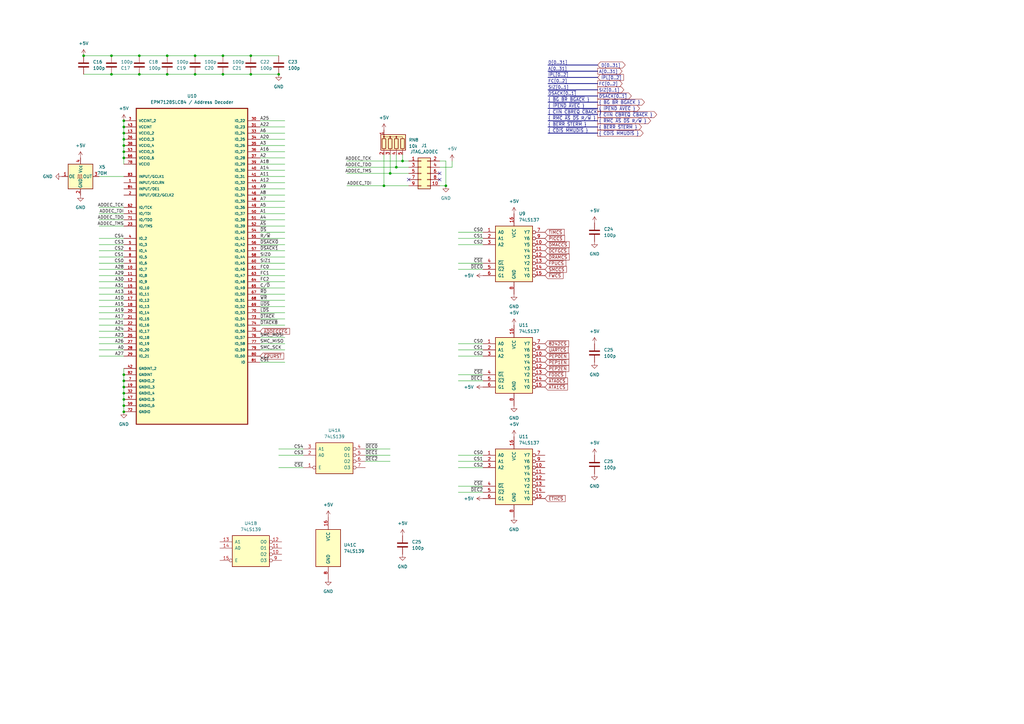
<source format=kicad_sch>
(kicad_sch (version 20230121) (generator eeschema)
  (paper "A3")
  (lib_symbols
    (symbol "74xx:74LS137" (pin_names (offset 1.016))
      (property "Reference" "U" (at -7.62 11.43 0))
      (property "Value" "74LS137" (at -7.62 -13.97 0))
      (symbol "74LS137_1_0"
        (pin input line (at -12.7 7.62 0) (length 5.08) (name "A0") (number "1"))
        (pin output inverted (at 12.7 2.54 180) (length 5.08) (name "Y5") (number "10"))
        (pin output inverted (at 12.7 0 180) (length 5.08) (name "Y4") (number "11"))
        (pin output inverted (at 12.7 -2.54 180) (length 5.08) (name "Y3") (number "12"))
        (pin output inverted (at 12.7 -5.08 180) (length 5.08) (name "Y2") (number "13"))
        (pin output inverted (at 12.7 -7.62 180) (length 5.08) (name "Y1") (number "14"))
        (pin output inverted (at 12.7 -10.16 180) (length 5.08) (name "Y0") (number "15"))
        (pin power_in line (at 0 15.24 270) (length 5.08) (name "VCC") (number "16"))
        (pin input line (at -12.7 5.08 0) (length 5.08) (name "A1") (number "2"))
        (pin input line (at -12.7 2.54 0) (length 5.08) (name "A2") (number "3"))
        (pin input line (at -12.7 -5.08 0) (length 5.08) (name "~{GL}") (number "4"))
        (pin input line (at -12.7 -7.62 0) (length 5.08) (name "~{G2}") (number "5"))
        (pin input line (at -12.7 -10.16 0) (length 5.08) (name "G1") (number "6"))
        (pin output inverted (at 12.7 7.62 180) (length 5.08) (name "Y7") (number "7"))
        (pin power_in line (at 0 -17.78 90) (length 5.08) (name "GND") (number "8"))
        (pin output inverted (at 12.7 5.08 180) (length 5.08) (name "Y6") (number "9"))
      )
      (symbol "74LS137_1_1"
        (rectangle (start -7.62 10.16) (end 7.62 -12.7) (stroke (width 0.254)) (fill (type background)))
      )
    )
    (symbol "74xx:74LS139" (pin_names (offset 1.016))
      (property "Reference" "U" (at -7.62 8.89 0))
      (property "Value" "74LS139" (at -7.62 -8.89 0))
      (symbol "74LS139_1_0"
        (pin input inverted (at -12.7 -5.08 0) (length 5.08) (name "E") (number "1"))
        (pin input line (at -12.7 0 0) (length 5.08) (name "A0") (number "2"))
        (pin input line (at -12.7 2.54 0) (length 5.08) (name "A1") (number "3"))
        (pin output inverted (at 12.7 2.54 180) (length 5.08) (name "O0") (number "4"))
        (pin output inverted (at 12.7 0 180) (length 5.08) (name "O1") (number "5"))
        (pin output inverted (at 12.7 -2.54 180) (length 5.08) (name "O2") (number "6"))
        (pin output inverted (at 12.7 -5.08 180) (length 5.08) (name "O3") (number "7"))
      )
      (symbol "74LS139_1_1"
        (rectangle (start -7.62 5.08) (end 7.62 -7.62) (stroke (width 0.254)) (fill (type background)))
      )
      (symbol "74LS139_2_0"
        (pin output inverted (at 12.7 -2.54 180) (length 5.08) (name "O2") (number "10"))
        (pin output inverted (at 12.7 0 180) (length 5.08) (name "O1") (number "11"))
        (pin output inverted (at 12.7 2.54 180) (length 5.08) (name "O0") (number "12"))
        (pin input line (at -12.7 2.54 0) (length 5.08) (name "A1") (number "13"))
        (pin input line (at -12.7 0 0) (length 5.08) (name "A0") (number "14"))
        (pin input inverted (at -12.7 -5.08 0) (length 5.08) (name "E") (number "15"))
        (pin output inverted (at 12.7 -5.08 180) (length 5.08) (name "O3") (number "9"))
      )
      (symbol "74LS139_2_1"
        (rectangle (start -7.62 5.08) (end 7.62 -7.62) (stroke (width 0.254)) (fill (type background)))
      )
      (symbol "74LS139_3_0"
        (pin power_in line (at 0 12.7 270) (length 5.08) (name "VCC") (number "16"))
        (pin power_in line (at 0 -12.7 90) (length 5.08) (name "GND") (number "8"))
      )
      (symbol "74LS139_3_1"
        (rectangle (start -5.08 7.62) (end 5.08 -7.62) (stroke (width 0.254)) (fill (type background)))
      )
    )
    (symbol "Connector_Generic:Conn_02x05_Odd_Even" (pin_names (offset 1.016) hide)
      (property "Reference" "J" (at 1.27 7.62 0))
      (property "Value" "Conn_02x05_Odd_Even" (at 1.27 -7.62 0))
      (symbol "Conn_02x05_Odd_Even_1_1"
        (rectangle (start -1.27 -4.953) (end 0 -5.207) (stroke (width 0.1524)))
        (rectangle (start -1.27 -2.413) (end 0 -2.667) (stroke (width 0.1524)))
        (rectangle (start -1.27 0.127) (end 0 -0.127) (stroke (width 0.1524)))
        (rectangle (start -1.27 2.667) (end 0 2.413) (stroke (width 0.1524)))
        (rectangle (start -1.27 5.207) (end 0 4.953) (stroke (width 0.1524)))
        (rectangle (start -1.27 6.35) (end 3.81 -6.35) (stroke (width 0.254)) (fill (type background)))
        (rectangle (start 3.81 -4.953) (end 2.54 -5.207) (stroke (width 0.1524)))
        (rectangle (start 3.81 -2.413) (end 2.54 -2.667) (stroke (width 0.1524)))
        (rectangle (start 3.81 0.127) (end 2.54 -0.127) (stroke (width 0.1524)))
        (rectangle (start 3.81 2.667) (end 2.54 2.413) (stroke (width 0.1524)))
        (rectangle (start 3.81 5.207) (end 2.54 4.953) (stroke (width 0.1524)))
        (pin passive line (at -5.08 5.08 0) (length 3.81) (name "Pin_1") (number "1"))
        (pin passive line (at 7.62 -5.08 180) (length 3.81) (name "Pin_10") (number "10"))
        (pin passive line (at 7.62 5.08 180) (length 3.81) (name "Pin_2") (number "2"))
        (pin passive line (at -5.08 2.54 0) (length 3.81) (name "Pin_3") (number "3"))
        (pin passive line (at 7.62 2.54 180) (length 3.81) (name "Pin_4") (number "4"))
        (pin passive line (at -5.08 0 0) (length 3.81) (name "Pin_5") (number "5"))
        (pin passive line (at 7.62 0 180) (length 3.81) (name "Pin_6") (number "6"))
        (pin passive line (at -5.08 -2.54 0) (length 3.81) (name "Pin_7") (number "7"))
        (pin passive line (at 7.62 -2.54 180) (length 3.81) (name "Pin_8") (number "8"))
        (pin passive line (at -5.08 -5.08 0) (length 3.81) (name "Pin_9") (number "9"))
      )
    )
    (symbol "Device:C" (pin_numbers hide) (pin_names (offset 0.254))
      (property "Reference" "C" (at 0.635 2.54 0))
      (property "Value" "C" (at 0.635 -2.54 0))
      (symbol "C_0_1"
        (polyline (pts (xy -2.032 -0.762) (xy 2.032 -0.762)) (stroke (width 0.508)))
        (polyline (pts (xy -2.032 0.762) (xy 2.032 0.762)) (stroke (width 0.508)))
      )
      (symbol "C_1_1"
        (pin passive line (at 0 3.81 270) (length 2.794) (name "~") (number "1"))
        (pin passive line (at 0 -3.81 90) (length 2.794) (name "~") (number "2"))
      )
    )
    (symbol "Device:R_Network04" (pin_names (offset 0) hide)
      (property "Reference" "RN" (at -7.62 0 90))
      (property "Value" "R_Network04" (at 5.08 0 90))
      (symbol "R_Network04_0_1"
        (rectangle (start -6.35 -3.175) (end 3.81 3.175) (stroke (width 0.254)) (fill (type background)))
        (rectangle (start -5.842 1.524) (end -4.318 -2.54) (stroke (width 0.254)))
        (circle (center -5.08 2.286) (radius 0.254) (fill (type outline)))
        (rectangle (start -3.302 1.524) (end -1.778 -2.54) (stroke (width 0.254)))
        (circle (center -2.54 2.286) (radius 0.254) (fill (type outline)))
        (rectangle (start -0.762 1.524) (end 0.762 -2.54) (stroke (width 0.254)))
        (polyline (pts (xy -5.08 -2.54) (xy -5.08 -3.81)))
        (polyline (pts (xy -2.54 -2.54) (xy -2.54 -3.81)))
        (polyline (pts (xy 0 -2.54) (xy 0 -3.81)))
        (polyline (pts (xy 2.54 -2.54) (xy 2.54 -3.81)))
        (polyline (pts (xy -5.08 1.524) (xy -5.08 2.286) (xy -2.54 2.286) (xy -2.54 1.524)))
        (polyline (pts (xy -2.54 1.524) (xy -2.54 2.286) (xy 0 2.286) (xy 0 1.524)))
        (polyline (pts (xy 0 1.524) (xy 0 2.286) (xy 2.54 2.286) (xy 2.54 1.524)))
        (circle (center 0 2.286) (radius 0.254) (fill (type outline)))
        (rectangle (start 1.778 1.524) (end 3.302 -2.54) (stroke (width 0.254)))
      )
      (symbol "R_Network04_1_1"
        (pin passive line (at -5.08 5.08 270) (length 2.54) (name "common") (number "1"))
        (pin passive line (at -5.08 -5.08 90) (length 1.27) (name "R1") (number "2"))
        (pin passive line (at -2.54 -5.08 90) (length 1.27) (name "R2") (number "3"))
        (pin passive line (at 0 -5.08 90) (length 1.27) (name "R3") (number "4"))
        (pin passive line (at 2.54 -5.08 90) (length 1.27) (name "R4") (number "5"))
      )
    )
    (symbol "EPM7128SLC84-15:EPM7128SLC84-15" (pin_names (offset 1.016))
      (property "Reference" "U" (at -5.3672 65.0935 0))
      (property "Value" "EPM7128SLC84-15" (at -5.497 -74.6679 0))
      (symbol "EPM7128SLC84-15_0_0"
        (rectangle (start -22.86 -68.58) (end 22.86 60.96) (stroke (width 0.4064)) (fill (type background)))
        (pin input line (at -27.94 30.48 0) (length 5.08) (name "INPUT/GCLRN") (number "1"))
        (pin bidirectional line (at -27.94 -5.08 0) (length 5.08) (name "IO_7") (number "10"))
        (pin bidirectional line (at -27.94 -7.62 0) (length 5.08) (name "IO_8") (number "11"))
        (pin bidirectional line (at -27.94 -10.16 0) (length 5.08) (name "IO_9") (number "12"))
        (pin power_in line (at -27.94 50.8 0) (length 5.08) (name "VCCIO_2") (number "13"))
        (pin bidirectional line (at -27.94 17.78 0) (length 5.08) (name "IO/TDI") (number "14"))
        (pin bidirectional line (at -27.94 -12.7 0) (length 5.08) (name "IO_10") (number "15"))
        (pin bidirectional line (at -27.94 -15.24 0) (length 5.08) (name "IO_11") (number "16"))
        (pin bidirectional line (at -27.94 -17.78 0) (length 5.08) (name "IO_12") (number "17"))
        (pin bidirectional line (at -27.94 -20.32 0) (length 5.08) (name "IO_13") (number "18"))
        (pin passive line (at -27.94 -53.34 0) (length 5.08) (name "GNDIO_3") (number "19"))
        (pin input line (at -27.94 25.4 0) (length 5.08) (name "INPUT/OE2/GCLK2") (number "2"))
        (pin bidirectional line (at -27.94 -22.86 0) (length 5.08) (name "IO_14") (number "20"))
        (pin bidirectional line (at -27.94 -25.4 0) (length 5.08) (name "IO_15") (number "21"))
        (pin bidirectional line (at -27.94 -27.94 0) (length 5.08) (name "IO_16") (number "22"))
        (pin bidirectional line (at -27.94 12.7 0) (length 5.08) (name "IO/TMS") (number "23"))
        (pin bidirectional line (at -27.94 -30.48 0) (length 5.08) (name "IO_17") (number "24"))
        (pin bidirectional line (at -27.94 -33.02 0) (length 5.08) (name "IO_18") (number "25"))
        (pin power_in line (at -27.94 48.26 0) (length 5.08) (name "VCCIO_3") (number "26"))
        (pin bidirectional line (at -27.94 -35.56 0) (length 5.08) (name "IO_19") (number "27"))
        (pin bidirectional line (at -27.94 -38.1 0) (length 5.08) (name "IO_20") (number "28"))
        (pin bidirectional line (at -27.94 -40.64 0) (length 5.08) (name "IO_21") (number "29"))
        (pin power_in line (at -27.94 55.88 0) (length 5.08) (name "VCCINT_2") (number "3"))
        (pin bidirectional line (at 27.94 55.88 180) (length 5.08) (name "IO_22") (number "30"))
        (pin bidirectional line (at 27.94 53.34 180) (length 5.08) (name "IO_23") (number "31"))
        (pin passive line (at -27.94 -55.88 0) (length 5.08) (name "GNDIO_4") (number "32"))
        (pin bidirectional line (at 27.94 50.8 180) (length 5.08) (name "IO_24") (number "33"))
        (pin bidirectional line (at 27.94 48.26 180) (length 5.08) (name "IO_25") (number "34"))
        (pin bidirectional line (at 27.94 45.72 180) (length 5.08) (name "IO_26") (number "35"))
        (pin bidirectional line (at 27.94 43.18 180) (length 5.08) (name "IO_27") (number "36"))
        (pin bidirectional line (at 27.94 40.64 180) (length 5.08) (name "IO_28") (number "37"))
        (pin power_in line (at -27.94 45.72 0) (length 5.08) (name "VCCIO_4") (number "38"))
        (pin bidirectional line (at 27.94 38.1 180) (length 5.08) (name "IO_29") (number "39"))
        (pin bidirectional line (at -27.94 7.62 0) (length 5.08) (name "IO_2") (number "4"))
        (pin bidirectional line (at 27.94 35.56 180) (length 5.08) (name "IO_30") (number "40"))
        (pin bidirectional line (at 27.94 33.02 180) (length 5.08) (name "IO_31") (number "41"))
        (pin passive line (at -27.94 -45.72 0) (length 5.08) (name "GNDINT_2") (number "42"))
        (pin power_in line (at -27.94 53.34 0) (length 5.08) (name "VCCINT") (number "43"))
        (pin bidirectional line (at 27.94 30.48 180) (length 5.08) (name "IO_32") (number "44"))
        (pin bidirectional line (at 27.94 27.94 180) (length 5.08) (name "IO_33") (number "45"))
        (pin bidirectional line (at 27.94 25.4 180) (length 5.08) (name "IO_34") (number "46"))
        (pin passive line (at -27.94 -58.42 0) (length 5.08) (name "GNDIO_5") (number "47"))
        (pin bidirectional line (at 27.94 22.86 180) (length 5.08) (name "IO_35") (number "48"))
        (pin bidirectional line (at 27.94 20.32 180) (length 5.08) (name "IO_36") (number "49"))
        (pin bidirectional line (at -27.94 5.08 0) (length 5.08) (name "IO_3") (number "5"))
        (pin bidirectional line (at 27.94 17.78 180) (length 5.08) (name "IO_37") (number "50"))
        (pin bidirectional line (at 27.94 15.24 180) (length 5.08) (name "IO_38") (number "51"))
        (pin bidirectional line (at 27.94 12.7 180) (length 5.08) (name "IO_39") (number "52"))
        (pin power_in line (at -27.94 43.18 0) (length 5.08) (name "VCCIO_5") (number "53"))
        (pin bidirectional line (at 27.94 10.16 180) (length 5.08) (name "IO_40") (number "54"))
        (pin bidirectional line (at 27.94 7.62 180) (length 5.08) (name "IO_41") (number "55"))
        (pin bidirectional line (at 27.94 5.08 180) (length 5.08) (name "IO_42") (number "56"))
        (pin bidirectional line (at 27.94 2.54 180) (length 5.08) (name "IO_43") (number "57"))
        (pin bidirectional line (at 27.94 0 180) (length 5.08) (name "IO_44") (number "58"))
        (pin passive line (at -27.94 -60.96 0) (length 5.08) (name "GNDIO_6") (number "59"))
        (pin bidirectional line (at -27.94 2.54 0) (length 5.08) (name "IO_4") (number "6"))
        (pin bidirectional line (at 27.94 -2.54 180) (length 5.08) (name "IO_45") (number "60"))
        (pin bidirectional line (at 27.94 -5.08 180) (length 5.08) (name "IO_46") (number "61"))
        (pin bidirectional line (at -27.94 20.32 0) (length 5.08) (name "IO/TCK") (number "62"))
        (pin bidirectional line (at 27.94 -7.62 180) (length 5.08) (name "IO_47") (number "63"))
        (pin bidirectional line (at 27.94 -10.16 180) (length 5.08) (name "IO_48") (number "64"))
        (pin bidirectional line (at 27.94 -12.7 180) (length 5.08) (name "IO_49") (number "65"))
        (pin power_in line (at -27.94 40.64 0) (length 5.08) (name "VCCIO_6") (number "66"))
        (pin bidirectional line (at 27.94 -15.24 180) (length 5.08) (name "IO_50") (number "67"))
        (pin bidirectional line (at 27.94 -17.78 180) (length 5.08) (name "IO_51") (number "68"))
        (pin bidirectional line (at 27.94 -20.32 180) (length 5.08) (name "IO_52") (number "69"))
        (pin passive line (at -27.94 -50.8 0) (length 5.08) (name "GNDIO_2") (number "7"))
        (pin bidirectional line (at 27.94 -22.86 180) (length 5.08) (name "IO_53") (number "70"))
        (pin bidirectional line (at -27.94 15.24 0) (length 5.08) (name "IO/TDO") (number "71"))
        (pin passive line (at -27.94 -63.5 0) (length 5.08) (name "GNDIO") (number "72"))
        (pin bidirectional line (at 27.94 -25.4 180) (length 5.08) (name "IO_54") (number "73"))
        (pin bidirectional line (at 27.94 -27.94 180) (length 5.08) (name "IO_55") (number "74"))
        (pin bidirectional line (at 27.94 -30.48 180) (length 5.08) (name "IO_56") (number "75"))
        (pin bidirectional line (at 27.94 -33.02 180) (length 5.08) (name "IO_57") (number "76"))
        (pin bidirectional line (at 27.94 -35.56 180) (length 5.08) (name "IO_58") (number "77"))
        (pin power_in line (at -27.94 38.1 0) (length 5.08) (name "VCCIO") (number "78"))
        (pin bidirectional line (at 27.94 -38.1 180) (length 5.08) (name "IO_59") (number "79"))
        (pin bidirectional line (at -27.94 0 0) (length 5.08) (name "IO_5") (number "8"))
        (pin bidirectional line (at 27.94 -40.64 180) (length 5.08) (name "IO_60") (number "80"))
        (pin bidirectional line (at 27.94 -43.18 180) (length 5.08) (name "IO") (number "81"))
        (pin passive line (at -27.94 -48.26 0) (length 5.08) (name "GNDINT") (number "82"))
        (pin input line (at -27.94 33.02 0) (length 5.08) (name "INPUT/GCLK1") (number "83"))
        (pin input line (at -27.94 27.94 0) (length 5.08) (name "INPUT/OE1") (number "84"))
        (pin bidirectional line (at -27.94 -2.54 0) (length 5.08) (name "IO_6") (number "9"))
      )
    )
    (symbol "Oscillator:SG-8002CA" (pin_names (offset 0.254))
      (property "Reference" "X" (at -5.08 6.35 0))
      (property "Value" "SG-8002CA" (at 1.27 -6.35 0))
      (symbol "SG-8002CA_0_1"
        (rectangle (start -5.08 5.08) (end 5.08 -5.08) (stroke (width 0.254)) (fill (type background)))
        (polyline (pts (xy -1.27 -0.762) (xy -1.016 -0.762) (xy -1.016 0.762) (xy -0.508 0.762) (xy -0.508 -0.762) (xy 0 -0.762) (xy 0 0.762) (xy 0.508 0.762) (xy 0.508 -0.762) (xy 0.762 -0.762)))
      )
      (symbol "SG-8002CA_1_1"
        (pin input line (at -7.62 0 0) (length 2.54) (name "OE") (number "1"))
        (pin power_in line (at 0 -7.62 90) (length 2.54) (name "GND") (number "2"))
        (pin output line (at 7.62 0 180) (length 2.54) (name "OUT") (number "3"))
        (pin power_in line (at 0 7.62 270) (length 2.54) (name "Vcc") (number "4"))
      )
    )
    (symbol "power:+5V" (power) (pin_names (offset 0))
      (property "Value" "+5V" (at 0 3.556 0))
      (symbol "+5V_0_1"
        (polyline (pts (xy -0.762 1.27) (xy 0 2.54)))
        (polyline (pts (xy 0 0) (xy 0 2.54)))
        (polyline (pts (xy 0 2.54) (xy 0.762 1.27)))
      )
      (symbol "+5V_1_1"
        (pin power_in line (at 0 0 90) (length 0) hide (name "+5V") (number "1"))
      )
    )
    (symbol "power:GND" (power) (pin_names (offset 0))
      (property "Value" "GND" (at 0 -3.81 0))
      (symbol "GND_0_1"
        (polyline (pts (xy 0 0) (xy 0 -1.27) (xy 1.27 -1.27) (xy 0 -2.54) (xy -1.27 -1.27) (xy 0 -1.27)))
      )
      (symbol "GND_1_1"
        (pin power_in line (at 0 0 270) (length 0) hide (name "GND") (number "1"))
      )
    )
  )
  (junction (at 80.01 30.48))
  (junction (at 160.02 71.12))
  (junction (at 114.3 30.48))
  (junction (at 50.8 64.77))
  (junction (at 80.01 22.86))
  (junction (at 45.72 30.48))
  (junction (at 165.1 66.04))
  (junction (at 50.8 161.29))
  (junction (at 157.48 76.2))
  (junction (at 102.87 30.48))
  (junction (at 50.8 166.37))
  (junction (at 50.8 49.53))
  (junction (at 162.56 68.58))
  (junction (at 57.15 22.86))
  (junction (at 50.8 52.07))
  (junction (at 50.8 156.21))
  (junction (at 50.8 59.69))
  (junction (at 50.8 158.75))
  (junction (at 57.15 30.48))
  (junction (at 34.29 22.86))
  (junction (at 45.72 22.86))
  (junction (at 102.87 22.86))
  (junction (at 182.88 76.2))
  (junction (at 68.58 22.86))
  (junction (at 50.8 163.83))
  (junction (at 50.8 54.61))
  (junction (at 91.44 30.48))
  (junction (at 68.58 30.48))
  (junction (at 50.8 62.23))
  (junction (at 50.8 153.67))
  (junction (at 91.44 22.86))
  (junction (at 50.8 168.91))
  (junction (at 50.8 57.15))
  (no_connect (at 180.34 73.66))
  (no_connect (at 180.34 71.12))
  (no_connect (at 167.64 73.66))
  (wire (pts (xy 116.84 138.43) (xy 106.68 138.43)))
  (wire (pts (xy 40.64 107.95) (xy 50.8 107.95)))
  (wire (pts (xy 187.96 100.33) (xy 198.12 100.33)))
  (bus (pts (xy 224.79 49.53) (xy 245.11 49.53)))
  (bus (pts (xy 224.79 31.75) (xy 245.11 31.75)))
  (wire (pts (xy 160.02 184.15) (xy 149.86 184.15)))
  (wire (pts (xy 102.87 30.48) (xy 91.44 30.48)))
  (bus (pts (xy 224.79 29.21) (xy 245.11 29.21)))
  (wire (pts (xy 40.64 140.97) (xy 50.8 140.97)))
  (bus (pts (xy 224.79 52.07) (xy 245.11 52.07)))
  (wire (pts (xy 116.84 143.51) (xy 106.68 143.51)))
  (wire (pts (xy 50.8 156.21) (xy 50.8 158.75)))
  (wire (pts (xy 187.96 191.77) (xy 198.12 191.77)))
  (wire (pts (xy 185.42 66.04) (xy 185.42 68.58)))
  (wire (pts (xy 40.64 87.63) (xy 50.8 87.63)))
  (wire (pts (xy 114.3 191.77) (xy 124.46 191.77)))
  (wire (pts (xy 187.96 189.23) (xy 198.12 189.23)))
  (wire (pts (xy 80.01 30.48) (xy 68.58 30.48)))
  (wire (pts (xy 40.64 110.49) (xy 50.8 110.49)))
  (wire (pts (xy 116.84 120.65) (xy 106.68 120.65)))
  (wire (pts (xy 187.96 107.95) (xy 198.12 107.95)))
  (wire (pts (xy 40.64 85.09) (xy 50.8 85.09)))
  (wire (pts (xy 114.3 30.48) (xy 102.87 30.48)))
  (wire (pts (xy 116.84 69.85) (xy 106.68 69.85)))
  (wire (pts (xy 40.64 90.17) (xy 50.8 90.17)))
  (wire (pts (xy 40.64 92.71) (xy 50.8 92.71)))
  (wire (pts (xy 50.8 62.23) (xy 50.8 64.77)))
  (wire (pts (xy 116.84 118.11) (xy 106.68 118.11)))
  (wire (pts (xy 50.8 64.77) (xy 50.8 67.31)))
  (wire (pts (xy 80.01 22.86) (xy 91.44 22.86)))
  (wire (pts (xy 142.24 71.12) (xy 160.02 71.12)))
  (wire (pts (xy 116.84 90.17) (xy 106.68 90.17)))
  (wire (pts (xy 50.8 163.83) (xy 50.8 166.37)))
  (wire (pts (xy 160.02 63.5) (xy 160.02 71.12)))
  (wire (pts (xy 187.96 95.25) (xy 198.12 95.25)))
  (wire (pts (xy 114.3 186.69) (xy 124.46 186.69)))
  (wire (pts (xy 50.8 166.37) (xy 50.8 168.91)))
  (wire (pts (xy 187.96 153.67) (xy 198.12 153.67)))
  (wire (pts (xy 116.84 100.33) (xy 106.68 100.33)))
  (wire (pts (xy 116.84 64.77) (xy 106.68 64.77)))
  (wire (pts (xy 187.96 199.39) (xy 198.12 199.39)))
  (bus (pts (xy 224.79 46.99) (xy 245.11 46.99)))
  (wire (pts (xy 185.42 68.58) (xy 180.34 68.58)))
  (wire (pts (xy 34.29 22.86) (xy 45.72 22.86)))
  (wire (pts (xy 116.84 148.59) (xy 106.68 148.59)))
  (wire (pts (xy 40.64 143.51) (xy 50.8 143.51)))
  (wire (pts (xy 40.64 125.73) (xy 50.8 125.73)))
  (wire (pts (xy 116.84 128.27) (xy 106.68 128.27)))
  (wire (pts (xy 116.84 59.69) (xy 106.68 59.69)))
  (wire (pts (xy 187.96 110.49) (xy 198.12 110.49)))
  (wire (pts (xy 40.64 97.79) (xy 50.8 97.79)))
  (wire (pts (xy 116.84 54.61) (xy 106.68 54.61)))
  (wire (pts (xy 187.96 143.51) (xy 198.12 143.51)))
  (wire (pts (xy 40.64 115.57) (xy 50.8 115.57)))
  (bus (pts (xy 224.79 34.29) (xy 245.11 34.29)))
  (wire (pts (xy 142.24 68.58) (xy 162.56 68.58)))
  (wire (pts (xy 40.64 113.03) (xy 50.8 113.03)))
  (wire (pts (xy 50.8 57.15) (xy 50.8 59.69)))
  (wire (pts (xy 116.84 87.63) (xy 106.68 87.63)))
  (wire (pts (xy 68.58 30.48) (xy 57.15 30.48)))
  (wire (pts (xy 116.84 52.07) (xy 106.68 52.07)))
  (wire (pts (xy 116.84 105.41) (xy 106.68 105.41)))
  (wire (pts (xy 57.15 22.86) (xy 68.58 22.86)))
  (wire (pts (xy 57.15 30.48) (xy 45.72 30.48)))
  (wire (pts (xy 50.8 158.75) (xy 50.8 161.29)))
  (wire (pts (xy 40.64 135.89) (xy 50.8 135.89)))
  (wire (pts (xy 50.8 153.67) (xy 50.8 156.21)))
  (wire (pts (xy 50.8 54.61) (xy 50.8 57.15)))
  (wire (pts (xy 40.64 100.33) (xy 50.8 100.33)))
  (wire (pts (xy 116.84 85.09) (xy 106.68 85.09)))
  (wire (pts (xy 116.84 140.97) (xy 106.68 140.97)))
  (wire (pts (xy 40.64 133.35) (xy 50.8 133.35)))
  (bus (pts (xy 224.79 41.91) (xy 245.11 41.91)))
  (wire (pts (xy 187.96 186.69) (xy 198.12 186.69)))
  (wire (pts (xy 160.02 71.12) (xy 167.64 71.12)))
  (wire (pts (xy 116.84 102.87) (xy 106.68 102.87)))
  (wire (pts (xy 116.84 125.73) (xy 106.68 125.73)))
  (wire (pts (xy 116.84 49.53) (xy 106.68 49.53)))
  (wire (pts (xy 40.64 123.19) (xy 50.8 123.19)))
  (wire (pts (xy 160.02 186.69) (xy 149.86 186.69)))
  (wire (pts (xy 187.96 97.79) (xy 198.12 97.79)))
  (wire (pts (xy 116.84 92.71) (xy 106.68 92.71)))
  (wire (pts (xy 116.84 74.93) (xy 106.68 74.93)))
  (wire (pts (xy 116.84 62.23) (xy 106.68 62.23)))
  (wire (pts (xy 50.8 49.53) (xy 50.8 52.07)))
  (wire (pts (xy 114.3 184.15) (xy 124.46 184.15)))
  (wire (pts (xy 116.84 107.95) (xy 106.68 107.95)))
  (wire (pts (xy 102.87 22.86) (xy 114.3 22.86)))
  (wire (pts (xy 116.84 110.49) (xy 106.68 110.49)))
  (wire (pts (xy 160.02 189.23) (xy 149.86 189.23)))
  (wire (pts (xy 116.84 77.47) (xy 106.68 77.47)))
  (wire (pts (xy 40.64 105.41) (xy 50.8 105.41)))
  (wire (pts (xy 116.84 72.39) (xy 106.68 72.39)))
  (wire (pts (xy 45.72 30.48) (xy 34.29 30.48)))
  (wire (pts (xy 162.56 63.5) (xy 162.56 68.58)))
  (wire (pts (xy 142.24 76.2) (xy 157.48 76.2)))
  (wire (pts (xy 40.64 146.05) (xy 50.8 146.05)))
  (bus (pts (xy 224.79 39.37) (xy 245.11 39.37)))
  (wire (pts (xy 165.1 66.04) (xy 167.64 66.04)))
  (wire (pts (xy 40.64 138.43) (xy 50.8 138.43)))
  (wire (pts (xy 106.68 97.79) (xy 116.84 97.79)))
  (wire (pts (xy 40.64 120.65) (xy 50.8 120.65)))
  (wire (pts (xy 157.48 63.5) (xy 157.48 76.2)))
  (wire (pts (xy 165.1 63.5) (xy 165.1 66.04)))
  (wire (pts (xy 116.84 123.19) (xy 106.68 123.19)))
  (wire (pts (xy 116.84 95.25) (xy 106.68 95.25)))
  (wire (pts (xy 187.96 201.93) (xy 198.12 201.93)))
  (bus (pts (xy 224.79 26.67) (xy 245.11 26.67)))
  (wire (pts (xy 116.84 130.81) (xy 106.68 130.81)))
  (wire (pts (xy 180.34 76.2) (xy 182.88 76.2)))
  (wire (pts (xy 40.64 118.11) (xy 50.8 118.11)))
  (wire (pts (xy 45.72 22.86) (xy 57.15 22.86)))
  (wire (pts (xy 116.84 115.57) (xy 106.68 115.57)))
  (wire (pts (xy 91.44 22.86) (xy 102.87 22.86)))
  (wire (pts (xy 50.8 59.69) (xy 50.8 62.23)))
  (wire (pts (xy 187.96 156.21) (xy 198.12 156.21)))
  (wire (pts (xy 40.64 102.87) (xy 50.8 102.87)))
  (wire (pts (xy 68.58 22.86) (xy 80.01 22.86)))
  (wire (pts (xy 180.34 66.04) (xy 182.88 66.04)))
  (wire (pts (xy 116.84 113.03) (xy 106.68 113.03)))
  (wire (pts (xy 50.8 161.29) (xy 50.8 163.83)))
  (wire (pts (xy 40.64 130.81) (xy 50.8 130.81)))
  (wire (pts (xy 40.64 128.27) (xy 50.8 128.27)))
  (wire (pts (xy 116.84 67.31) (xy 106.68 67.31)))
  (wire (pts (xy 187.96 146.05) (xy 198.12 146.05)))
  (wire (pts (xy 91.44 30.48) (xy 80.01 30.48)))
  (wire (pts (xy 162.56 68.58) (xy 167.64 68.58)))
  (wire (pts (xy 116.84 80.01) (xy 106.68 80.01)))
  (wire (pts (xy 182.88 66.04) (xy 182.88 76.2)))
  (wire (pts (xy 50.8 52.07) (xy 50.8 54.61)))
  (wire (pts (xy 116.84 82.55) (xy 106.68 82.55)))
  (wire (pts (xy 50.8 151.13) (xy 50.8 153.67)))
  (wire (pts (xy 187.96 140.97) (xy 198.12 140.97)))
  (wire (pts (xy 157.48 76.2) (xy 167.64 76.2)))
  (bus (pts (xy 224.79 44.45) (xy 245.11 44.45)))
  (wire (pts (xy 142.24 66.04) (xy 165.1 66.04)))
  (bus (pts (xy 224.79 36.83) (xy 245.11 36.83)))
  (wire (pts (xy 116.84 57.15) (xy 106.68 57.15)))
  (wire (pts (xy 116.84 133.35) (xy 106.68 133.35)))
  (wire (pts (xy 40.64 72.39) (xy 50.8 72.39)))
  (bus (pts (xy 224.79 54.61) (xy 245.11 54.61)))
  (label "CS4" (at 124.46 184.15 180))
  (label "CS3" (at 50.8 100.33 180))
  (label "{ ~{CIIN} ~{CBREQ} ~{CBACK} }" (at 224.79 46.99 0))
  (label "A19" (at 50.8 128.27 180))
  (label "~{CSE}" (at 198.12 153.67 180))
  (label "CS2" (at 198.12 191.77 180))
  (label "CS2" (at 198.12 100.33 180))
  (label "CS0" (at 198.12 186.69 180))
  (label "A20" (at 106.68 57.15 0))
  (label "~{AS}" (at 106.68 92.71 0))
  (label "~{CSE}" (at 106.68 148.59 0))
  (label "R{slash}~{W}" (at 106.68 97.79 0))
  (label "A15" (at 50.8 125.73 180))
  (label "D[0..31]" (at 224.79 26.67 0))
  (label "A22" (at 106.68 52.07 0))
  (label "A10" (at 50.8 123.19 180))
  (label "A11" (at 106.68 72.39 0))
  (label "FC1" (at 106.68 113.03 0))
  (label "A6" (at 106.68 54.61 0))
  (label "ADDEC_TMS" (at 50.8 92.71 180))
  (label "~{DS}" (at 106.68 95.25 0))
  (label "A28" (at 50.8 110.49 180))
  (label "A9" (at 106.68 77.47 0))
  (label "A31" (at 50.8 118.11 180))
  (label "CS1" (at 198.12 97.79 180))
  (label "CS0" (at 198.12 140.97 180))
  (label "ADDEC_TDO" (at 152.4 68.58 180))
  (label "CS0" (at 50.8 107.95 180))
  (label "~{DEC0}" (at 198.12 110.49 180))
  (label "{ ~{IPEND} ~{AVEC} }" (at 224.79 44.45 0))
  (label "~{WR}" (at 106.68 123.19 0))
  (label "A17" (at 50.8 130.81 180))
  (label "~{DSACK1}" (at 106.68 102.87 0))
  (label "~{IPL[0..2]}" (at 224.79 31.75 0))
  (label "A0" (at 50.8 143.51 180))
  (label "A3" (at 106.68 59.69 0))
  (label "{ ~{RMC} ~{AS} ~{DS} R{slash}~{W} }" (at 224.79 49.53 0))
  (label "A23" (at 50.8 138.43 180))
  (label "~{LDS}" (at 106.68 128.27 0))
  (label "CS1" (at 198.12 189.23 180))
  (label "{ ~{BERR} ~{STERM} }" (at 224.79 52.07 0))
  (label "A21" (at 50.8 133.35 180))
  (label "SMC_MISO" (at 106.68 140.97 0))
  (label "FC0" (at 106.68 110.49 0))
  (label "~{DEC2}" (at 198.12 201.93 180))
  (label "A24" (at 50.8 135.89 180))
  (label "SIZ1" (at 106.68 107.95 0))
  (label "~{DTACK}" (at 106.68 130.81 0))
  (label "A13" (at 50.8 120.65 180))
  (label "~{DSACK0}" (at 106.68 100.33 0))
  (label "A12" (at 106.68 74.93 0))
  (label "~{DEC2}" (at 149.86 189.23 0))
  (label "SIZ[0..1]" (at 224.79 36.83 0))
  (label "~{CSE}" (at 198.12 107.95 180))
  (label "~{CSE}" (at 124.46 191.77 180))
  (label "CS0" (at 198.12 95.25 180))
  (label "~{DTACK8}" (at 106.68 133.35 0))
  (label "SIZ0" (at 106.68 105.41 0))
  (label "~{DEC1}" (at 149.86 186.69 0))
  (label "A5" (at 106.68 85.09 0))
  (label "A7" (at 106.68 82.55 0))
  (label "A14" (at 106.68 69.85 0))
  (label "A1" (at 106.68 87.63 0))
  (label "A8" (at 106.68 80.01 0))
  (label "CS2" (at 198.12 146.05 180))
  (label "A25" (at 106.68 49.53 0))
  (label "A30" (at 50.8 115.57 180))
  (label "CS1" (at 50.8 105.41 180))
  (label "A18" (at 106.68 67.31 0))
  (label "CS1" (at 198.12 143.51 180))
  (label "C{slash}~{D}" (at 106.68 118.11 0))
  (label "A16" (at 106.68 62.23 0))
  (label "{ ~{BG} ~{BR} ~{BGACK} }" (at 224.79 41.91 0))
  (label "CS4" (at 50.8 97.79 180))
  (label "~{CSE}" (at 198.12 199.39 180))
  (label "FC[0..2]" (at 224.79 34.29 0))
  (label "A26" (at 50.8 140.97 180))
  (label "A4" (at 106.68 90.17 0))
  (label "{ ~{CDIS} ~{MMUDIS} }" (at 224.79 54.61 0))
  (label "~{DEC0}" (at 149.86 184.15 0))
  (label "FC2" (at 106.68 115.57 0))
  (label "~{RD}" (at 106.68 120.65 0))
  (label "~{DSACK[0..1]}" (at 224.79 39.37 0))
  (label "SMC_SCK" (at 106.68 143.51 0))
  (label "ADDEC_TDO" (at 50.8 90.17 180))
  (label "~{DEC1}" (at 198.12 156.21 180))
  (label "CS2" (at 50.8 102.87 180))
  (label "A27" (at 50.8 146.05 180))
  (label "SMC_MOSI" (at 106.68 138.43 0))
  (label "A29" (at 50.8 113.03 180))
  (label "A[0..31]" (at 224.79 29.21 0))
  (label "ADDEC_TCK" (at 50.8 85.09 180))
  (label "ADDEC_TCK" (at 152.4 66.04 180))
  (label "CS3" (at 124.46 186.69 180))
  (label "ADDEC_TDI" (at 50.8 87.63 180))
  (label "A2" (at 106.68 64.77 0))
  (label "~{UDS}" (at 106.68 125.73 0))
  (label "ADDEC_TMS" (at 152.4284 71.12 180))
  (label "ADDEC_TDI" (at 152.4 76.2 180))
  (global_label "~{TIMCS}" (shape input) (at 223.52 95.25 0) (property "Intersheetrefs" "${INTERSHEET_REFS}" (effects hide)))
  (global_label "~{PEP1EN}" (shape input) (at 223.52 148.59 0) (property "Intersheetrefs" "${INTERSHEET_REFS}" (effects hide)))
  (global_label "{ ~{RMC} ~{AS} ~{DS} R{slash}~{W} }" (shape output) (at 245.11 49.53 0) (property "Intersheetrefs" "${INTERSHEET_REFS}" (effects hide)))
  (global_label "~{CPURST}" (shape input) (at 106.68 146.05 0) (property "Intersheetrefs" "${INTERSHEET_REFS}" (effects hide)))
  (global_label "~{DSACK[0..1]}" (shape output) (at 245.11 39.37 0) (property "Intersheetrefs" "${INTERSHEET_REFS}" (effects hide)))
  (global_label "~{8242CS}" (shape input) (at 223.52 140.97 0) (property "Intersheetrefs" "${INTERSHEET_REFS}" (effects hide)))
  (global_label "~{FPUCS}" (shape input) (at 223.52 107.95 0) (property "Intersheetrefs" "${INTERSHEET_REFS}" (effects hide)))
  (global_label "SIZ[0..1]" (shape output) (at 245.11 36.83 0) (property "Intersheetrefs" "${INTERSHEET_REFS}" (effects hide)))
  (global_label "~{ETHCS}" (shape input) (at 223.52 204.47 0) (property "Intersheetrefs" "${INTERSHEET_REFS}" (effects hide)))
  (global_label "~{DRAMCS}" (shape input) (at 223.52 105.41 0) (property "Intersheetrefs" "${INTERSHEET_REFS}" (effects hide)))
  (global_label "~{FWCS}" (shape input) (at 223.52 113.03 0) (property "Intersheetrefs" "${INTERSHEET_REFS}" (effects hide)))
  (global_label "~{DCFGCS}" (shape input) (at 223.52 102.87 0) (property "Intersheetrefs" "${INTERSHEET_REFS}" (effects hide)))
  (global_label "~{UARTCS}" (shape input) (at 223.52 143.51 0) (property "Intersheetrefs" "${INTERSHEET_REFS}" (effects hide)))
  (global_label "~{IPL[0..2]}" (shape input) (at 245.11 31.75 0) (property "Intersheetrefs" "${INTERSHEET_REFS}" (effects hide)))
  (global_label "D[0..31]" (shape bidirectional) (at 245.11 26.67 0) (property "Intersheetrefs" "${INTERSHEET_REFS}" (effects hide)))
  (global_label "FC[0..2]" (shape output) (at 245.11 34.29 0) (property "Intersheetrefs" "${INTERSHEET_REFS}" (effects hide)))
  (global_label "~{ATA0CS}" (shape input) (at 223.52 156.21 0) (property "Intersheetrefs" "${INTERSHEET_REFS}" (effects hide)))
  (global_label "A[0..31]" (shape output) (at 245.11 29.21 0) (property "Intersheetrefs" "${INTERSHEET_REFS}" (effects hide)))
  (global_label "~{PEP2EN}" (shape input) (at 223.52 151.13 0) (property "Intersheetrefs" "${INTERSHEET_REFS}" (effects hide)))
  (global_label "~{PEP0EN}" (shape input) (at 223.52 146.05 0) (property "Intersheetrefs" "${INTERSHEET_REFS}" (effects hide)))
  (global_label "{ ~{CDIS} ~{MMUDIS} }" (shape output) (at 245.11 54.61 0) (property "Intersheetrefs" "${INTERSHEET_REFS}" (effects hide)))
  (global_label "~{ATA1CS}" (shape input) (at 223.52 158.75 0) (property "Intersheetrefs" "${INTERSHEET_REFS}" (effects hide)))
  (global_label "{ ~{CIIN} ~{CBREQ} ~{CBACK} }" (shape output) (at 245.11 46.99 0) (property "Intersheetrefs" "${INTERSHEET_REFS}" (effects hide)))
  (global_label "~{DMACCS}" (shape input) (at 223.52 100.33 0) (property "Intersheetrefs" "${INTERSHEET_REFS}" (effects hide)))
  (global_label "~{FDDCS}" (shape input) (at 223.52 153.67 0) (property "Intersheetrefs" "${INTERSHEET_REFS}" (effects hide)))
  (global_label "{ ~{IPEND} ~{AVEC} }" (shape output) (at 245.11 44.45 0) (property "Intersheetrefs" "${INTERSHEET_REFS}" (effects hide)))
  (global_label "~{SMCCS}" (shape input) (at 223.52 110.49 0) (property "Intersheetrefs" "${INTERSHEET_REFS}" (effects hide)))
  (global_label "{ ~{BG} ~{BR} ~{BGACK} }" (shape output) (at 245.11 41.91 0) (property "Intersheetrefs" "${INTERSHEET_REFS}" (effects hide)))
  (global_label "{ ~{BERR} ~{STERM} }" (shape output) (at 245.11 52.07 0) (property "Intersheetrefs" "${INTERSHEET_REFS}" (effects hide)))
  (global_label "~{ADDECCFG}" (shape input) (at 106.68 135.89 0) (property "Intersheetrefs" "${INTERSHEET_REFS}" (effects hide)))
  (global_label "~{PICCS}" (shape input) (at 223.52 97.79 0) (property "Intersheetrefs" "${INTERSHEET_REFS}" (effects hide)))
  (symbol (lib_id "power:+5V") (at 243.84 186.69 0) (unit 1)
    (property "Reference" "#PWR043" (effects hide))
    (property "Value" "+5V" (at 243.84 181.61 0))
    (instances (project "m68k-hbc" (path "" (reference "#PWR043") (unit 1)) (path "" (reference "#PWR0300") (unit 1))))
  )
  (symbol (lib_id "power:GND") (at 210.82 166.37 0) (unit 1)
    (property "Reference" "#PWR047" (effects hide))
    (property "Value" "GND" (at 210.82 171.45 0))
    (instances (project "m68k-hbc" (path "" (reference "#PWR047") (unit 1)) (path "" (reference "#PWR0297") (unit 1))))
  )
  (symbol (lib_id "power:+5V") (at 243.84 140.97 0) (unit 1)
    (property "Reference" "#PWR043" (effects hide))
    (property "Value" "+5V" (at 243.84 135.89 0))
    (instances (project "m68k-hbc" (path "" (reference "#PWR043") (unit 1)) (path "" (reference "#PWR0294") (unit 1))))
  )
  (symbol (lib_id "power:+5V") (at 210.82 179.07 0) (unit 1)
    (property "Reference" "#PWR042" (effects hide))
    (property "Value" "+5V" (at 210.82 173.99 0))
    (instances (project "m68k-hbc" (path "" (reference "#PWR042") (unit 1)) (path "" (reference "#PWR0299") (unit 1))))
  )
  (symbol (lib_id "Device:C") (at 243.84 190.5 0) (unit 1)
    (property "Reference" "C25" (at 247.65 189.23 0) (effects (justify left)))
    (property "Value" "100p" (at 247.65 191.77 0) (effects (justify left)))
    (property "Footprint" "Capacitor_SMD:C_1206_3216Metric_Pad1.33x1.80mm_HandSolder" (effects hide))
    (instances (project "m68k-hbc" (path "" (reference "C25") (unit 1)) (path "" (reference "C101") (unit 1))))
  )
  (symbol (lib_id "power:+5V") (at 185.42 66.04 0) (unit 1)
    (property "Reference" "#PWR050" (effects hide))
    (property "Value" "+5V" (at 185.42 60.96 0))
    (instances (project "m68k-hbc" (path "" (reference "#PWR050") (unit 1)) (path "" (reference "#PWR028") (unit 1)) (path "" (reference "#PWR0284") (unit 1))))
  )
  (symbol (lib_id "Device:C") (at 68.58 26.67 0) (mirror x) (unit 1)
    (property "Reference" "C19" (at 72.39 27.94 0) (effects (justify left)))
    (property "Value" "100p" (at 72.39 25.4 0) (effects (justify left)))
    (property "Footprint" "Capacitor_SMD:C_1206_3216Metric_Pad1.33x1.80mm_HandSolder" (effects hide))
    (instances (project "m68k-hbc" (path "" (reference "C19") (unit 1)) (path "" (reference "C94") (unit 1))))
  )
  (symbol (lib_id "Device:R_Network04") (at 162.56 58.42 0) (unit 1)
    (property "Reference" "RN8" (at 167.64 57.404 0) (effects (justify left)))
    (property "Value" "10k" (at 167.64 59.944 0) (effects (justify left)))
    (property "Footprint" "Resistor_THT:R_Array_SIP5" (effects hide))
    (property "Datasheet" "http://www.vishay.com/docs/31509/csc.pdf" (effects hide))
    (instances (project "m68k-hbc" (path "" (reference "RN8") (unit 1)) (path "" (reference "RN2") (unit 1)) (path "" (reference "RN11") (unit 1))))
  )
  (symbol (lib_id "Connector_Generic:Conn_02x05_Odd_Even") (at 172.72 71.12 0) (unit 1)
    (property "Reference" "J1" (at 173.99 59.69 0))
    (property "Value" "JTAG_ADDEC" (at 173.99 62.23 0))
    (property "Footprint" "Connector_IDC:IDC-Header_2x05_P2.54mm_Vertical" (effects hide))
    (instances (project "m68k-hbc" (path "" (reference "J1") (unit 1)) (path "" (reference "J1") (unit 1)) (path "" (reference "J19") (unit 1))))
  )
  (symbol (lib_id "power:GND") (at 33.02 80.01 0) (unit 1)
    (property "Reference" "#PWR029" (effects hide))
    (property "Value" "GND" (at 33.02 85.09 0))
    (instances (project "m68k-hbc" (path "" (reference "#PWR029") (unit 1)) (path "" (reference "#PWR034") (unit 1)) (path "" (reference "#PWR0287") (unit 1))))
  )
  (symbol (lib_id "74xx:74LS139") (at 137.16 186.69 0) (unit 1)
    (property "Reference" "U41" (at 137.16 176.53 0))
    (property "Value" "74LS139" (at 137.16 179.07 0))
    (property "Footprint" "Package_SO:SOIC-16W_5.3x10.2mm_P1.27mm" (effects hide))
    (property "Datasheet" "http://www.ti.com/lit/ds/symlink/sn74ls139a.pdf" (effects hide))
  )
  (symbol (lib_id "power:+5V") (at 157.48 53.34 0) (unit 1)
    (property "Reference" "#PWR047" (effects hide))
    (property "Value" "+5V" (at 157.48 48.26 0))
    (instances (project "m68k-hbc" (path "" (reference "#PWR047") (unit 1)) (path "" (reference "#PWR025") (unit 1)) (path "" (reference "#PWR0282") (unit 1))))
  )
  (symbol (lib_id "power:+5V") (at 134.62 212.09 0) (unit 1)
    (property "Reference" "#PWR043" (effects hide))
    (property "Value" "+5V" (at 134.62 207.01 0))
    (instances (project "m68k-hbc" (path "" (reference "#PWR043") (unit 1)) (path "" (reference "#PWR0303") (unit 1))))
  )
  (symbol (lib_id "Device:C") (at 34.29 26.67 0) (unit 1)
    (property "Reference" "C16" (at 38.1 25.4 0) (effects (justify left)))
    (property "Value" "100p" (at 38.1 27.94 0) (effects (justify left)))
    (property "Footprint" "Capacitor_SMD:C_1206_3216Metric_Pad1.33x1.80mm_HandSolder" (effects hide))
    (instances (project "m68k-hbc" (path "" (reference "C16") (unit 1)) (path "" (reference "C91") (unit 1))))
  )
  (symbol (lib_id "power:+5V") (at 210.82 87.63 0) (unit 1)
    (property "Reference" "#PWR035" (effects hide))
    (property "Value" "+5V" (at 210.82 82.55 0))
    (instances (project "m68k-hbc" (path "" (reference "#PWR035") (unit 1)) (path "" (reference "#PWR0288") (unit 1))))
  )
  (symbol (lib_id "Device:C") (at 45.72 26.67 0) (mirror x) (unit 1)
    (property "Reference" "C17" (at 49.53 27.94 0) (effects (justify left)))
    (property "Value" "100p" (at 49.53 25.4 0) (effects (justify left)))
    (property "Footprint" "Capacitor_SMD:C_1206_3216Metric_Pad1.33x1.80mm_HandSolder" (effects hide))
    (instances (project "m68k-hbc" (path "" (reference "C17") (unit 1)) (path "" (reference "C92") (unit 1))))
  )
  (symbol (lib_id "power:+5V") (at 34.29 22.86 0) (unit 1)
    (property "Reference" "#PWR020" (effects hide))
    (property "Value" "+5V" (at 34.29 17.78 0))
    (instances (project "m68k-hbc" (path "" (reference "#PWR020") (unit 1)) (path "" (reference "#PWR0279") (unit 1))))
  )
  (symbol (lib_id "74xx:74LS137") (at 210.82 194.31 0) (unit 1)
    (property "Reference" "U11" (at 212.7759 179.07 0) (effects (justify left)))
    (property "Value" "74LS137" (at 212.7759 181.61 0) (effects (justify left)))
    (property "Footprint" "Package_SO:SOIC-16W_5.3x10.2mm_P1.27mm" (effects hide))
    (property "Datasheet" "http://www.ti.com/lit/gpn/sn74LS137" (effects hide))
    (instances (project "m68k-hbc" (path "" (reference "U11") (unit 1)) (path "" (reference "U42") (unit 1))))
  )
  (symbol (lib_id "power:+5V") (at 50.8 49.53 0) (unit 1)
    (property "Reference" "#PWR024" (effects hide))
    (property "Value" "+5V" (at 50.8 44.45 0))
    (instances (project "m68k-hbc" (path "" (reference "#PWR024") (unit 1)) (path "" (reference "#PWR0281") (unit 1))))
  )
  (symbol (lib_id "Device:C") (at 243.84 95.25 0) (unit 1)
    (property "Reference" "C24" (at 247.65 93.98 0) (effects (justify left)))
    (property "Value" "100p" (at 247.65 96.52 0) (effects (justify left)))
    (property "Footprint" "Capacitor_SMD:C_1206_3216Metric_Pad1.33x1.80mm_HandSolder" (effects hide))
    (instances (project "m68k-hbc" (path "" (reference "C24") (unit 1)) (path "" (reference "C99") (unit 1))))
  )
  (symbol (lib_id "Device:C") (at 102.87 26.67 0) (unit 1)
    (property "Reference" "C22" (at 106.68 25.4 0) (effects (justify left)))
    (property "Value" "100p" (at 106.68 27.94 0) (effects (justify left)))
    (property "Footprint" "Capacitor_SMD:C_1206_3216Metric_Pad1.33x1.80mm_HandSolder" (effects hide))
    (instances (project "m68k-hbc" (path "" (reference "C22") (unit 1)) (path "" (reference "C97") (unit 1))))
  )
  (symbol (lib_id "EPM7128SLC84-15:EPM7128SLC84-15") (at 78.74 105.41 0) (unit 1)
    (property "Reference" "U10" (at 78.74 39.37 0))
    (property "Value" "EPM7128SLC84 / Address Decoder" (at 78.74 41.91 0))
    (property "Footprint" "Package_LCC:PLCC-84_THT-Socket" (effects hide))
    (property "MF" "Intel" (effects hide))
    (property "Description" "\nIC CPLD 128MC 15NS 84PLCC\n" (effects hide))
    (property "PACKAGE" "PLCC-84" (effects hide))
    (property "MPN" "EPM7128SLC84-15" (effects hide))
    (property "Price" "None" (effects hide))
    (property "Package" "PLCC-84 Altera" (effects hide))
    (property "OC_FARNELL" "1772141" (effects hide))
    (property "SnapEDA_Link" "https://www.snapeda.com/parts/EPM7128SLC84-15/Intel/view-part/?ref=snap" (effects hide))
    (property "MP" "EPM7128SLC84-15" (effects hide))
    (property "Purchase-URL" "https://pricing.snapeda.com/search?q=EPM7128SLC84-15&ref=eda" (effects hide))
    (property "SUPPLIER" "ALTERA" (effects hide))
    (property "OC_NEWARK" "51R0528" (effects hide))
    (property "Availability" "In Stock" (effects hide))
    (property "Check_prices" "https://www.snapeda.com/parts/EPM7128SLC84-15/Intel/view-part/?ref=eda" (effects hide))
    (instances (project "m68k-hbc" (path "" (reference "U10") (unit 1)) (path "" (reference "U39") (unit 1))))
  )
  (symbol (lib_id "power:+5V") (at 165.1 219.71 0) (unit 1)
    (property "Reference" "#PWR043" (effects hide))
    (property "Value" "+5V" (at 165.1 214.63 0))
    (instances (project "m68k-hbc" (path "" (reference "#PWR043") (unit 1)) (path "" (reference "#PWR0305") (unit 1))))
  )
  (symbol (lib_id "Oscillator:SG-8002CA") (at 33.02 72.39 0) (unit 1)
    (property "Reference" "X5" (at 41.91 68.5039 0))
    (property "Value" "70M" (at 41.91 71.0439 0))
    (property "Footprint" "Oscillator:Oscillator_SMD_SeikoEpson_SG8002CA-4Pin_7.0x5.0mm" (effects hide))
    (property "Datasheet" "https://support.epson.biz/td/api/doc_check.php?mode=dl&lang=en&Parts=SG-8002DC" (effects hide))
    (instances (project "m68k-hbc" (path "" (reference "X5") (unit 1)) (path "" (reference "X3") (unit 1)) (path "" (reference "X2") (unit 1)) (path "" (reference "X5") (unit 1))))
  )
  (symbol (lib_id "Device:C") (at 243.84 144.78 0) (unit 1)
    (property "Reference" "C25" (at 247.65 143.51 0) (effects (justify left)))
    (property "Value" "100p" (at 247.65 146.05 0) (effects (justify left)))
    (property "Footprint" "Capacitor_SMD:C_1206_3216Metric_Pad1.33x1.80mm_HandSolder" (effects hide))
    (instances (project "m68k-hbc" (path "" (reference "C25") (unit 1)) (path "" (reference "C100") (unit 1))))
  )
  (symbol (lib_id "power:GND") (at 243.84 194.31 0) (unit 1)
    (property "Reference" "#PWR044" (effects hide))
    (property "Value" "GND" (at 243.84 199.39 0))
    (instances (project "m68k-hbc" (path "" (reference "#PWR044") (unit 1)) (path "" (reference "#PWR0301") (unit 1))))
  )
  (symbol (lib_id "power:GND") (at 25.4 72.39 270) (unit 1)
    (property "Reference" "#PWR0236" (effects hide))
    (property "Value" "GND" (at 21.59 72.39 90) (effects (justify right)))
    (instances (project "m68k-hbc" (path "" (reference "#PWR0236") (unit 1)) (path "" (reference "#PWR0237") (unit 1)) (path "" (reference "#PWR030") (unit 1)) (path "" (reference "#PWR0285") (unit 1))))
  )
  (symbol (lib_id "power:+5V") (at 198.12 113.03 90) (unit 1)
    (property "Reference" "#PWR040" (effects hide))
    (property "Value" "+5V" (at 194.31 113.03 90) (effects (justify left)))
    (instances (project "m68k-hbc" (path "" (reference "#PWR040") (unit 1)) (path "" (reference "#PWR0291") (unit 1))))
  )
  (symbol (lib_id "74xx:74LS139") (at 102.87 224.79 0) (unit 2)
    (property "Reference" "U41" (at 102.87 214.63 0))
    (property "Value" "74LS139" (at 102.87 217.17 0))
    (property "Footprint" "Package_SO:SOIC-16W_5.3x10.2mm_P1.27mm" (effects hide))
    (property "Datasheet" "http://www.ti.com/lit/ds/symlink/sn74ls139a.pdf" (effects hide))
  )
  (symbol (lib_id "power:+5V") (at 198.12 204.47 90) (unit 1)
    (property "Reference" "#PWR040" (effects hide))
    (property "Value" "+5V" (at 194.31 204.47 90) (effects (justify left)))
    (instances (project "m68k-hbc" (path "" (reference "#PWR040") (unit 1)) (path "" (reference "#PWR0302") (unit 1))))
  )
  (symbol (lib_id "Device:C") (at 91.44 26.67 0) (mirror x) (unit 1)
    (property "Reference" "C21" (at 95.25 27.94 0) (effects (justify left)))
    (property "Value" "100p" (at 95.25 25.4 0) (effects (justify left)))
    (property "Footprint" "Capacitor_SMD:C_1206_3216Metric_Pad1.33x1.80mm_HandSolder" (effects hide))
    (instances (project "m68k-hbc" (path "" (reference "C21") (unit 1)) (path "" (reference "C96") (unit 1))))
  )
  (symbol (lib_id "power:GND") (at 114.3 30.48 0) (unit 1)
    (property "Reference" "#PWR022" (effects hide))
    (property "Value" "GND" (at 114.3 35.56 0))
    (instances (project "m68k-hbc" (path "" (reference "#PWR022") (unit 1)) (path "" (reference "#PWR0280") (unit 1))))
  )
  (symbol (lib_id "power:GND") (at 165.1 227.33 0) (unit 1)
    (property "Reference" "#PWR044" (effects hide))
    (property "Value" "GND" (at 165.1 232.41 0))
    (instances (project "m68k-hbc" (path "" (reference "#PWR044") (unit 1)) (path "" (reference "#PWR0306") (unit 1))))
  )
  (symbol (lib_id "74xx:74LS137") (at 210.82 148.59 0) (unit 1)
    (property "Reference" "U11" (at 212.7759 133.35 0) (effects (justify left)))
    (property "Value" "74LS137" (at 212.7759 135.89 0) (effects (justify left)))
    (property "Footprint" "Package_SO:SOIC-16W_5.3x10.2mm_P1.27mm" (effects hide))
    (property "Datasheet" "http://www.ti.com/lit/gpn/sn74LS137" (effects hide))
    (instances (project "m68k-hbc" (path "" (reference "U11") (unit 1)) (path "" (reference "U40") (unit 1))))
  )
  (symbol (lib_id "power:+5V") (at 210.82 133.35 0) (unit 1)
    (property "Reference" "#PWR042" (effects hide))
    (property "Value" "+5V" (at 210.82 128.27 0))
    (instances (project "m68k-hbc" (path "" (reference "#PWR042") (unit 1)) (path "" (reference "#PWR0293") (unit 1))))
  )
  (symbol (lib_id "power:+5V") (at 33.02 64.77 0) (unit 1)
    (property "Reference" "#PWR028" (effects hide))
    (property "Value" "+5V" (at 33.02 59.69 0))
    (instances (project "m68k-hbc" (path "" (reference "#PWR028") (unit 1)) (path "" (reference "#PWR027") (unit 1)) (path "" (reference "#PWR0283") (unit 1))))
  )
  (symbol (lib_id "Device:C") (at 80.01 26.67 0) (mirror x) (unit 1)
    (property "Reference" "C20" (at 83.82 27.94 0) (effects (justify left)))
    (property "Value" "100p" (at 83.82 25.4 0) (effects (justify left)))
    (property "Footprint" "Capacitor_SMD:C_1206_3216Metric_Pad1.33x1.80mm_HandSolder" (effects hide))
    (instances (project "m68k-hbc" (path "" (reference "C20") (unit 1)) (path "" (reference "C95") (unit 1))))
  )
  (symbol (lib_id "Device:C") (at 57.15 26.67 0) (unit 1)
    (property "Reference" "C18" (at 60.96 25.4 0) (effects (justify left)))
    (property "Value" "100p" (at 60.96 27.94 0) (effects (justify left)))
    (property "Footprint" "Capacitor_SMD:C_1206_3216Metric_Pad1.33x1.80mm_HandSolder" (effects hide))
    (instances (project "m68k-hbc" (path "" (reference "C18") (unit 1)) (path "" (reference "C93") (unit 1))))
  )
  (symbol (lib_id "power:GND") (at 210.82 120.65 0) (unit 1)
    (property "Reference" "#PWR041" (effects hide))
    (property "Value" "GND" (at 210.82 125.73 0))
    (instances (project "m68k-hbc" (path "" (reference "#PWR041") (unit 1)) (path "" (reference "#PWR0292") (unit 1))))
  )
  (symbol (lib_id "power:GND") (at 134.62 237.49 0) (unit 1)
    (property "Reference" "#PWR044" (effects hide))
    (property "Value" "GND" (at 134.62 242.57 0))
    (instances (project "m68k-hbc" (path "" (reference "#PWR044") (unit 1)) (path "" (reference "#PWR0307") (unit 1))))
  )
  (symbol (lib_id "power:GND") (at 210.82 212.09 0) (unit 1)
    (property "Reference" "#PWR047" (effects hide))
    (property "Value" "GND" (at 210.82 217.17 0))
    (instances (project "m68k-hbc" (path "" (reference "#PWR047") (unit 1)) (path "" (reference "#PWR0304") (unit 1))))
  )
  (symbol (lib_id "Device:C") (at 165.1 223.52 0) (unit 1)
    (property "Reference" "C25" (at 168.91 222.25 0) (effects (justify left)))
    (property "Value" "100p" (at 168.91 224.79 0) (effects (justify left)))
    (property "Footprint" "Capacitor_SMD:C_1206_3216Metric_Pad1.33x1.80mm_HandSolder" (effects hide))
    (instances (project "m68k-hbc" (path "" (reference "C25") (unit 1)) (path "" (reference "C102") (unit 1))))
  )
  (symbol (lib_id "power:GND") (at 243.84 148.59 0) (unit 1)
    (property "Reference" "#PWR044" (effects hide))
    (property "Value" "GND" (at 243.84 153.67 0))
    (instances (project "m68k-hbc" (path "" (reference "#PWR044") (unit 1)) (path "" (reference "#PWR0295") (unit 1))))
  )
  (symbol (lib_id "Device:C") (at 114.3 26.67 0) (unit 1)
    (property "Reference" "C23" (at 118.11 25.4 0) (effects (justify left)))
    (property "Value" "100p" (at 118.11 27.94 0) (effects (justify left)))
    (property "Footprint" "Capacitor_SMD:C_1206_3216Metric_Pad1.33x1.80mm_HandSolder" (effects hide))
    (instances (project "m68k-hbc" (path "" (reference "C23") (unit 1)) (path "" (reference "C98") (unit 1))))
  )
  (symbol (lib_id "power:+5V") (at 243.84 91.44 0) (unit 1)
    (property "Reference" "#PWR037" (effects hide))
    (property "Value" "+5V" (at 243.84 86.36 0))
    (instances (project "m68k-hbc" (path "" (reference "#PWR037") (unit 1)) (path "" (reference "#PWR0289") (unit 1))))
  )
  (symbol (lib_id "74xx:74LS139") (at 134.62 224.79 0) (unit 3)
    (property "Reference" "U41" (at 140.97 223.52 0) (effects (justify left)))
    (property "Value" "74LS139" (at 140.97 226.06 0) (effects (justify left)))
    (property "Footprint" "Package_SO:SOIC-16W_5.3x10.2mm_P1.27mm" (effects hide))
    (property "Datasheet" "http://www.ti.com/lit/ds/symlink/sn74ls139a.pdf" (effects hide))
  )
  (symbol (lib_id "74xx:74LS137") (at 210.82 102.87 0) (unit 1)
    (property "Reference" "U9" (at 212.7759 87.63 0) (effects (justify left)))
    (property "Value" "74LS137" (at 212.7759 90.17 0) (effects (justify left)))
    (property "Footprint" "Package_SO:SOIC-16W_5.3x10.2mm_P1.27mm" (effects hide))
    (property "Datasheet" "http://www.ti.com/lit/gpn/sn74LS137" (effects hide))
    (instances (project "m68k-hbc" (path "" (reference "U9") (unit 1)) (path "" (reference "U38") (unit 1))))
  )
  (symbol (lib_id "power:GND") (at 243.84 99.06 0) (unit 1)
    (property "Reference" "#PWR039" (effects hide))
    (property "Value" "GND" (at 243.84 104.14 0))
    (instances (project "m68k-hbc" (path "" (reference "#PWR039") (unit 1)) (path "" (reference "#PWR0290") (unit 1))))
  )
  (symbol (lib_id "power:GND") (at 50.8 168.91 0) (unit 1)
    (property "Reference" "#PWR048" (effects hide))
    (property "Value" "GND" (at 50.8 173.99 0))
    (instances (project "m68k-hbc" (path "" (reference "#PWR048") (unit 1)) (path "" (reference "#PWR0298") (unit 1))))
  )
  (symbol (lib_id "power:GND") (at 182.88 76.2 0) (unit 1)
    (property "Reference" "#PWR055" (effects hide))
    (property "Value" "GND" (at 182.88 81.28 0))
    (instances (project "m68k-hbc" (path "" (reference "#PWR055") (unit 1)) (path "" (reference "#PWR031") (unit 1)) (path "" (reference "#PWR0286") (unit 1))))
  )
  (symbol (lib_id "power:+5V") (at 198.12 158.75 90) (unit 1)
    (property "Reference" "#PWR040" (effects hide))
    (property "Value" "+5V" (at 194.31 158.75 90) (effects (justify left)))
    (instances (project "m68k-hbc" (path "" (reference "#PWR040") (unit 1)) (path "" (reference "#PWR0296") (unit 1))))
  )
)
</source>
